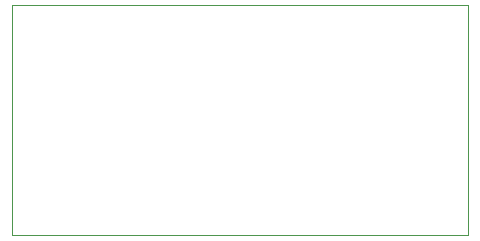
<source format=gbr>
G04 #@! TF.GenerationSoftware,KiCad,Pcbnew,(5.1.5)-3*
G04 #@! TF.CreationDate,2021-08-24T20:05:06-07:00*
G04 #@! TF.ProjectId,Intro_Project,496e7472-6f5f-4507-926f-6a6563742e6b,rev?*
G04 #@! TF.SameCoordinates,Original*
G04 #@! TF.FileFunction,Profile,NP*
%FSLAX46Y46*%
G04 Gerber Fmt 4.6, Leading zero omitted, Abs format (unit mm)*
G04 Created by KiCad (PCBNEW (5.1.5)-3) date 2021-08-24 20:05:06*
%MOMM*%
%LPD*%
G04 APERTURE LIST*
%ADD10C,0.050000*%
G04 APERTURE END LIST*
D10*
X114300000Y-85407500D02*
X152971500Y-85407500D01*
X114300000Y-65976500D02*
X114300000Y-85407500D01*
X152971500Y-65976500D02*
X152971500Y-85407500D01*
X114300000Y-65976500D02*
X152971500Y-65976500D01*
M02*

</source>
